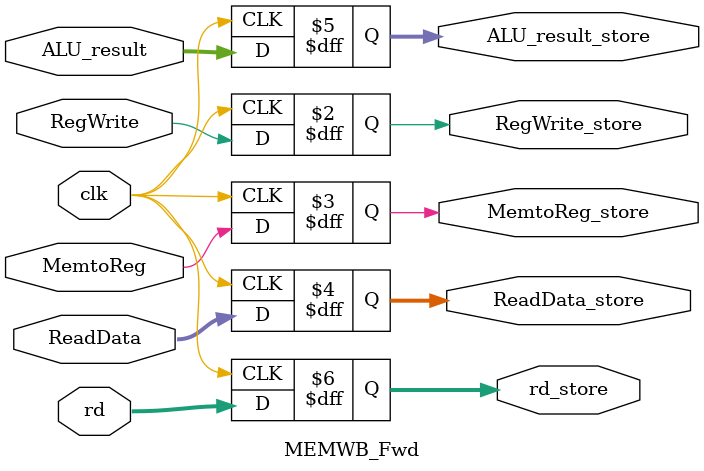
<source format=v>
`timescale 1ns / 1ps

module MEMWB_Fwd(
    input clk,
    input RegWrite, MemtoReg,
    input [63:0] ReadData, ALU_result,
    input [4:0] rd,

    output reg RegWrite_store, MemtoReg_store,
    output reg [63:0] ReadData_store, ALU_result_store,
    output reg [4:0] rd_store

);

always @(posedge clk) begin

    RegWrite_store = RegWrite;
    MemtoReg_store = MemtoReg;
    ReadData_store = ReadData;
    ALU_result_store = ALU_result;
    rd_store = rd;
end

endmodule

</source>
